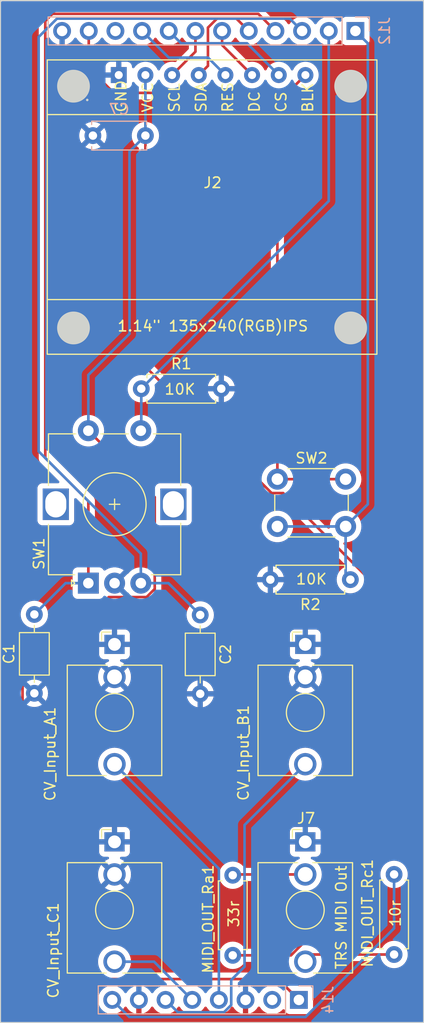
<source format=kicad_pcb>
(kicad_pcb (version 20221018) (generator pcbnew)
  (layers (0 "F.Cu" signal) (31 "B.Cu" signal) (34 "B.Paste" user) (35 "F.Paste" user) (36 "B.SilkS" user "B.Silkscreen") (37 "F.SilkS" user "F.Silkscreen") (38 "B.Mask" user) (39 "F.Mask" user) (44 "Edge.Cuts" user))
  (net 0 "")
  (net 1 "A2 input Frontboard")
  (net 2 "A1 input Frontboard")
  (net 3 "A0 input Frontboard")
  (net 4 "SPI CLK Frontboard")
  (net 5 "MOSI Frontboard")
  (net 6 "TFT CS Frontboard")
  (net 7 "TFT reset Frontboard")
  (net 8 "TFT DC Frontboard")
  (net 9 "SD CS Frontboard")
  (net 10 "TFT lit Frontboard")
  (net 11 "Net-(J7-PadT)")
  (net 12 "Back button Frontboard")
  (net 13 "Encoder button Frontboard")
  (net 14 "Encoder left Frontboard")
  (net 15 "Encoder right Frontboard")
  (net 16 "MIDI TX Frontboard")
  (net 17 "Net-(J7-PadR)")
  (net 18 "Backboard GND")
  (net 19 "Frontboard +3.3V")
  (net 20 "Frontboard +5V")
  (footprint "Capacitor_THT:C_Axial_L3.8mm_D2.6mm_P7.50mm_Horizontal" (layer "F.Cu") (at 101.9556 104.6826 -90)
    (fp_text reference "C2" (at 3.75 -2.42 90) (layer "F.SilkS"))
    (fp_text value "C_Small")
    (fp_line (start 1.04 0) (end 1.73 0) (stroke (width 0.12)) (layer "F.SilkS"))
    (fp_line (start 1.73 -1.42) (end 1.73 1.42) (stroke (width 0.12)) (layer "F.SilkS"))
    (fp_line (start 1.73 1.42) (end 5.77 1.42) (stroke (width 0.12)) (layer "F.SilkS"))
    (fp_line (start 5.77 -1.42) (end 1.73 -1.42) (stroke (width 0.12)) (layer "F.SilkS"))
    (fp_line (start 5.77 1.42) (end 5.77 -1.42) (stroke (width 0.12)) (layer "F.SilkS"))
    (fp_line (start 6.46 0) (end 5.77 0) (stroke (width 0.12)) (layer "F.SilkS"))
    (pad "1" thru_hole circle (at 0 0 270) (size 1.6 1.6) (drill 0.8) (layers "*.Cu" "*.Mask") (net 14 "Encoder left Frontboard"))
    (pad "2" thru_hole oval (at 7.5 0 270) (size 1.6 1.6) (drill 0.8) (layers "*.Cu" "*.Mask") (net 18 "Backboard GND"))
  )
  (footprint "Resistor_THT:R_Axial_DIN0207_L6.3mm_D2.5mm_P7.62mm_Horizontal" (layer "F.Cu") (at 116.2558 101.3206 180)
    (fp_text reference "R2" (at 3.81 -2.37) (layer "F.SilkS"))
    (fp_text value "10K" (at 3.7084 0.0508) (layer "F.SilkS"))
    (fp_line (start 0.54 -1.37) (end 7.08 -1.37) (stroke (width 0.12)) (layer "F.SilkS"))
    (fp_line (start 0.54 -1.04) (end 0.54 -1.37) (stroke (width 0.12)) (layer "F.SilkS"))
    (fp_line (start 0.54 1.04) (end 0.54 1.37) (stroke (width 0.12)) (layer "F.SilkS"))
    (fp_line (start 0.54 1.37) (end 7.08 1.37) (stroke (width 0.12)) (layer "F.SilkS"))
    (fp_line (start 7.08 -1.37) (end 7.08 -1.04) (stroke (width 0.12)) (layer "F.SilkS"))
    (fp_line (start 7.08 1.37) (end 7.08 1.04) (stroke (width 0.12)) (layer "F.SilkS"))
    (pad "1" thru_hole circle (at 0 0 180) (size 1.6 1.6) (drill 0.8) (layers "*.Cu" "*.Mask") (net 12 "Back button Frontboard"))
    (pad "2" thru_hole oval (at 7.62 0 180) (size 1.6 1.6) (drill 0.8) (layers "*.Cu" "*.Mask") (net 18 "Backboard GND"))
  )
  (footprint "Resistor_THT:R_Axial_DIN0207_L6.3mm_D2.5mm_P7.62mm_Horizontal" (layer "F.Cu") (at 120.4214 136.9822 90)
    (fp_text reference "MIDI_OUT_Rc1" (at 3.9242 -2.54 90) (layer "F.SilkS"))
    (fp_text value "10r" (at 3.9116 0.127 90) (layer "F.SilkS"))
    (fp_line (start 0.54 -1.37) (end 7.08 -1.37) (stroke (width 0.12)) (layer "F.SilkS"))
    (fp_line (start 0.54 -1.04) (end 0.54 -1.37) (stroke (width 0.12)) (layer "F.SilkS"))
    (fp_line (start 0.54 1.04) (end 0.54 1.37) (stroke (width 0.12)) (layer "F.SilkS"))
    (fp_line (start 0.54 1.37) (end 7.08 1.37) (stroke (width 0.12)) (layer "F.SilkS"))
    (fp_line (start 7.08 -1.37) (end 7.08 -1.04) (stroke (width 0.12)) (layer "F.SilkS"))
    (fp_line (start 7.08 1.37) (end 7.08 1.04) (stroke (width 0.12)) (layer "F.SilkS"))
    (pad "1" thru_hole circle (at 0 0 90) (size 1.6 1.6) (drill 0.8) (layers "*.Cu" "*.Mask") (net 11 "Net-(J7-PadT)"))
    (pad "2" thru_hole oval (at 7.62 0 90) (size 1.6 1.6) (drill 0.8) (layers "*.Cu" "*.Mask") (net 16 "MIDI TX Frontboard"))
  )
  (footprint "Resistor_THT:R_Axial_DIN0207_L6.3mm_D2.5mm_P7.62mm_Horizontal" (layer "F.Cu") (at 105.0544 129.4384 -90)
    (fp_text reference "MIDI_OUT_Ra1" (at 4.1656 2.3368 90) (layer "F.SilkS"))
    (fp_text value "33r" (at 3.683 -0.1016 90) (layer "F.SilkS"))
    (fp_line (start 0.54 -1.37) (end 7.08 -1.37) (stroke (width 0.12)) (layer "F.SilkS"))
    (fp_line (start 0.54 -1.04) (end 0.54 -1.37) (stroke (width 0.12)) (layer "F.SilkS"))
    (fp_line (start 0.54 1.04) (end 0.54 1.37) (stroke (width 0.12)) (layer "F.SilkS"))
    (fp_line (start 0.54 1.37) (end 7.08 1.37) (stroke (width 0.12)) (layer "F.SilkS"))
    (fp_line (start 7.08 -1.37) (end 7.08 -1.04) (stroke (width 0.12)) (layer "F.SilkS"))
    (fp_line (start 7.08 1.37) (end 7.08 1.04) (stroke (width 0.12)) (layer "F.SilkS"))
    (pad "1" thru_hole circle (at 0 0 270) (size 1.6 1.6) (drill 0.8) (layers "*.Cu" "*.Mask") (net 17 "Net-(J7-PadR)"))
    (pad "2" thru_hole oval (at 7.62 0 270) (size 1.6 1.6) (drill 0.8) (layers "*.Cu" "*.Mask") (net 19 "Frontboard +3.3V"))
  )
  (footprint "Button_Switch_THT:SW_PUSH_6mm_H13mm" (layer "F.Cu") (at 109.30559 91.76188)
    (fp_text reference "SW2" (at 3.25 -2) (layer "F.SilkS"))
    (fp_text value "Back button")
    (fp_line (start -0.25 1.5) (end -0.25 3) (stroke (width 0.12)) (layer "F.SilkS"))
    (fp_line (start 1 5.5) (end 5.5 5.5) (stroke (width 0.12)) (layer "F.SilkS"))
    (fp_line (start 5.5 -1) (end 1 -1) (stroke (width 0.12)) (layer "F.SilkS"))
    (fp_line (start 6.75 3) (end 6.75 1.5) (stroke (width 0.12)) (layer "F.SilkS"))
    (pad "1" thru_hole circle (at 0 0 90) (size 2 2) (drill 1.1) (layers "*.Cu" "*.Mask") (net 10 "TFT lit Frontboard"))
    (pad "1" thru_hole circle (at 6.5 0 90) (size 2 2) (drill 1.1) (layers "*.Cu" "*.Mask") (net 10 "TFT lit Frontboard"))
    (pad "2" thru_hole circle (at 0 4.5 90) (size 2 2) (drill 1.1) (layers "*.Cu" "*.Mask") (net 12 "Back button Frontboard"))
    (pad "2" thru_hole circle (at 6.5 4.5 90) (size 2 2) (drill 1.1) (layers "*.Cu" "*.Mask") (net 12 "Back button Frontboard"))
  )
  (footprint "doctea:st7789_1.14_tzt" (layer "F.Cu") (at 87.38539 51.87988)
    (fp_text reference "J2" (at 15.748 11.684 unlocked) (layer "F.SilkS"))
    (fp_text value "ST7789 TFT socket")
    (fp_text user "DC" (at 20.32 5.08 90 unlocked) (layer "F.SilkS") (effects (justify left bottom)))
    (fp_text user "1.14\" 135x240(RGB)IPS" (at 6.604 25.908 unlocked) (layer "F.SilkS") (effects (justify left bottom)))
    (fp_text user "VCC" (at 10.16 5.08 90 unlocked) (layer "F.SilkS") (effects (justify left bottom)))
    (fp_text user "CS" (at 22.86 5.08 90 unlocked) (layer "F.SilkS") (effects (justify left bottom)))
    (fp_text user "BLK" (at 25.4 5.08 90 unlocked) (layer "F.SilkS") (effects (justify left bottom)))
    (fp_text user "SCL" (at 12.7 5.08 90 unlocked) (layer "F.SilkS") (effects (justify left bottom)))
    (fp_text user "SDA" (at 15.24 5.08 90 unlocked) (layer "F.SilkS") (effects (justify left bottom)))
    (fp_text user "RES" (at 17.78 5.08 90 unlocked) (layer "F.SilkS") (effects (justify left bottom)))
    (fp_text user "GND" (at 7.62 5.08 90 unlocked) (layer "F.SilkS") (effects (justify left bottom)))
    (fp_rect (start 0 0) (end 31.4 28) (stroke (width 0.12)) (fill none) (layer "F.SilkS"))
    (fp_rect (start 0 5.2) (end 31.4 22.8) (stroke (width 0.12)) (fill none) (layer "F.SilkS"))
    (fp_circle (center 2.5 2.5) (end 4 2.5) (stroke (width 0.12)) (fill solid) (layer "Edge.Cuts"))
    (fp_circle (center 2.5 25.5) (end 4 25.5) (stroke (width 0.12)) (fill solid) (layer "Edge.Cuts"))
    (fp_circle (center 3.81 3.81) (end 3.81 3.81) (stroke (width 0.12)) (fill none) (layer "Edge.Cuts"))
    (fp_circle (center 28.9 2.5) (end 30.4 2.5) (stroke (width 0.12)) (fill solid) (layer "Edge.Cuts"))
    (fp_circle (center 28.9 25.5) (end 30.4 25.5) (stroke (width 0.12)) (fill solid) (layer "Edge.Cuts"))
    (pad "1" thru_hole rect (at 6.81 1.44) (size 1.524 1.524) (drill 0.762) (layers "*.Cu" "*.Mask") (net 18 "Backboard GND"))
    (pad "2" thru_hole circle (at 9.35 1.44) (size 1.524 1.524) (drill 0.762) (layers "*.Cu" "*.Mask") (net 19 "Frontboard +3.3V"))
    (pad "3" thru_hole circle (at 11.89 1.44) (size 1.524 1.524) (drill 0.762) (layers "*.Cu" "*.Mask") (net 4 "SPI CLK Frontboard"))
    (pad "4" thru_hole circle (at 14.43 1.44) (size 1.524 1.524) (drill 0.762) (layers "*.Cu" "*.Mask") (net 5 "MOSI Frontboard"))
    (pad "5" thru_hole circle (at 16.97 1.44) (size 1.524 1.524) (drill 0.762) (layers "*.Cu" "*.Mask") (net 7 "TFT reset Frontboard"))
    (pad "6" thru_hole circle (at 19.51 1.44) (size 1.524 1.524) (drill 0.762) (layers "*.Cu" "*.Mask") (net 8 "TFT DC Frontboard"))
    (pad "7" thru_hole circle (at 22.05 1.44) (size 1.524 1.524) (drill 0.762) (layers "*.Cu" "*.Mask") (net 6 "TFT CS Frontboard"))
    (pad "8" thru_hole circle (at 24.59 1.44) (size 1.524 1.524) (drill 0.762) (layers "*.Cu" "*.Mask") (net 10 "TFT lit Frontboard"))
  )
  (footprint "Rotary_Encoder:RotaryEncoder_Alps_EC12E-Switch_Vertical_H20mm" (layer "F.Cu") (at 91.29959 101.65388 90)
    (fp_text reference "SW1" (at 2.8 -4.7 90) (layer "F.SilkS"))
    (fp_text value "RotaryEncoder_Switch")
    (fp_line (start -0.3 -1.6) (end 0.3 -1.6) (stroke (width 0.12)) (layer "F.SilkS"))
    (fp_line (start 0 -1.3) (end -0.3 -1.6) (stroke (width 0.12)) (layer "F.SilkS"))
    (fp_line (start 0.3 -1.6) (end 0 -1.3) (stroke (width 0.12)) (layer "F.SilkS"))
    (fp_line (start 0.8 -3.8) (end 0.8 -1.3) (stroke (width 0.12)) (layer "F.SilkS"))
    (fp_line (start 0.8 8.8) (end 0.8 6) (stroke (width 0.12)) (layer "F.SilkS"))
    (fp_line (start 5.6 -3.8) (end 0.8 -3.8) (stroke (width 0.12)) (layer "F.SilkS"))
    (fp_line (start 5.7 8.8) (end 0.8 8.8) (stroke (width 0.12)) (layer "F.SilkS"))
    (fp_line (start 7 2.5) (end 8 2.5) (stroke (width 0.12)) (layer "F.SilkS"))
    (fp_line (start 7.5 2) (end 7.5 3) (stroke (width 0.12)) (layer "F.SilkS"))
    (fp_line (start 9.3 -3.8) (end 14.2 -3.8) (stroke (width 0.12)) (layer "F.SilkS"))
    (fp_line (start 14.2 -3.8) (end 14.2 -1.2) (stroke (width 0.12)) (layer "F.SilkS"))
    (fp_line (start 14.2 1.2) (end 14.2 3.8) (stroke (width 0.12)) (layer "F.SilkS"))
    (fp_line (start 14.2 6.2) (end 14.2 8.8) (stroke (width 0.12)) (layer "F.SilkS"))
    (fp_line (start 14.2 8.8) (end 9.3 8.8) (stroke (width 0.12)) (layer "F.SilkS"))
    (fp_circle (center 7.5 2.5) (end 10.5 2.5) (stroke (width 0.12)) (fill none) (layer "F.SilkS"))
    (pad "A" thru_hole rect (at 0 0 90) (size 2 2) (drill 1) (layers "*.Cu" "*.Mask") (net 15 "Encoder right Frontboard"))
    (pad "B" thru_hole circle (at 0 5 90) (size 2 2) (drill 1) (layers "*.Cu" "*.Mask") (net 14 "Encoder left Frontboard"))
    (pad "C" thru_hole circle (at 0 2.5 90) (size 2 2) (drill 1) (layers "*.Cu" "*.Mask") (net 18 "Backboard GND"))
    (pad "MP" thru_hole rect (at 7.5 -3.1 90) (size 3 2.5) (drill oval 2.5 2) (layers "*.Cu" "*.Mask"))
    (pad "MP" thru_hole rect (at 7.5 8.1 90) (size 3 2.5) (drill oval 2.5 2) (layers "*.Cu" "*.Mask"))
    (pad "S1" thru_hole circle (at 14.5 0 90) (size 2 2) (drill 1) (layers "*.Cu" "*.Mask") (net 19 "Frontboard +3.3V"))
    (pad "S2" thru_hole circle (at 14.5 5 90) (size 2 2) (drill 1) (layers "*.Cu" "*.Mask") (net 13 "Encoder button Frontboard"))
  )
  (footprint "Connector_Audio:Jack_3.5mm_QingPu_WQP-PJ398SM_Vertical_CircularHoles" (layer "F.Cu") (at 93.79339 107.47928)
    (fp_text reference "CV_Input_A1" (at -6.13799 10.42752 90) (layer "F.SilkS"))
    (fp_text value "AudioJack2_SwitchT")
    (fp_line (start -4.5 1.98) (end -4.5 12.48) (stroke (width 0.12)) (layer "F.SilkS"))
    (fp_line (start -1.23 -1.17) (end -1.23 -0.37) (stroke (width 0.12)) (layer "F.SilkS"))
    (fp_line (start -1.23 -1.17) (end -0.37 -1.17) (stroke (width 0.12)) (layer "F.SilkS"))
    (fp_line (start -0.8 12.48) (end -4.5 12.48) (stroke (width 0.12)) (layer "F.SilkS"))
    (fp_line (start -0.72 1.98) (end -4.5 1.98) (stroke (width 0.12)) (layer "F.SilkS"))
    (fp_line (start 4.5 1.98) (end 0.72 1.98) (stroke (width 0.12)) (layer "F.SilkS"))
    (fp_line (start 4.5 1.98) (end 4.5 12.48) (stroke (width 0.12)) (layer "F.SilkS"))
    (fp_line (start 4.5 12.48) (end 0.8 12.48) (stroke (width 0.12)) (layer "F.SilkS"))
    (fp_circle (center 0 6.48) (end 1.8 6.48) (stroke (width 0.12)) (fill none) (layer "F.SilkS"))
    (pad "S" thru_hole rect (at 0 0 180) (size 1.93 1.83) (drill 1.22) (layers "*.Cu" "*.Mask") (net 18 "Backboard GND"))
    (pad "T" thru_hole circle (at 0 11.4 180) (size 2.13 2.13) (drill 1.43) (layers "*.Cu" "*.Mask") (net 3 "A0 input Frontboard"))
    (pad "TN" thru_hole circle (at 0 3.1 180) (size 2.13 2.13) (drill 1.42) (layers "*.Cu" "*.Mask") (net 18 "Backboard GND"))
    (zone (net 0) (net_name "") (layer "F.Cu") (connect_pads (clearance 0)) (min_thickness 0.254)
      (keepout (tracks not_allowed) (vias not_allowed) (pads not_allowed) (copperpour not_allowed) (footprints not_allowed))
      (fill (thermal_gap 0.508) (thermal_bridge_width 0.508))
      (polygon (pts (xy 95.298531 113.95928) (xy 95.27832 113.713451) (xy 95.218231 113.474225) (xy 95.119876 113.248024) (xy 94.985898 113.040925) (xy 94.819894 112.85849) (xy 94.626322 112.705616) (xy 94.410382 112.586411) (xy 94.177872 112.504074) (xy 93.935036 112.460819) (xy 93.688397 112.457805) (xy 93.444577 112.495115) (xy 93.210124 112.571746) (xy 92.991336 112.68564) (xy 92.794087 112.833738) (xy 92.623676 113.012064) (xy 92.484678 113.215828) (xy 92.380826 113.439558) (xy 92.314909 113.677245) (xy 92.288698 113.922506) (xy 92.302897 114.168755) (xy 92.357124 114.409379) (xy 92.449922 114.637914) (xy 92.578801 114.848225) (xy 92.740298 115.034662) (xy 92.930077 115.192219) (xy 93.14304 115.316665) (xy 93.373469 115.404657) (xy 93.615175 115.453833) (xy 93.861668 115.462872) (xy 94.106326 115.43153) (xy 94.342581 115.36065) (xy 94.564087 115.252136) (xy 94.764895 115.108901) (xy 94.939613 114.934792) (xy 95.083548 114.734485) (xy 95.192835 114.513359) (xy 95.264539 114.277354) (xy 95.296734 114.032806)))
    )
  )
  (footprint "Connector_Audio:Jack_3.5mm_QingPu_WQP-PJ398SM_Vertical_CircularHoles" (layer "F.Cu") (at 93.79299 126.26588)
    (fp_text reference "CV_Input_C1" (at -5.83279 10.33532 90) (layer "F.SilkS"))
    (fp_text value "AudioJack2_SwitchT")
    (fp_line (start -4.5 1.98) (end -4.5 12.48) (stroke (width 0.12)) (layer "F.SilkS"))
    (fp_line (start -1.23 -1.17) (end -1.23 -0.37) (stroke (width 0.12)) (layer "F.SilkS"))
    (fp_line (start -1.23 -1.17) (end -0.37 -1.17) (stroke (width 0.12)) (layer "F.SilkS"))
    (fp_line (start -0.8 12.48) (end -4.5 12.48) (stroke (width 0.12)) (layer "F.SilkS"))
    (fp_line (start -0.72 1.98) (end -4.5 1.98) (stroke (width 0.12)) (layer "F.SilkS"))
    (fp_line (start 4.5 1.98) (end 0.72 1.98) (stroke (width 0.12)) (layer "F.SilkS"))
    (fp_line (start 4.5 1.98) (end 4.5 12.48) (stroke (width 0.12)) (layer "F.SilkS"))
    (fp_line (start 4.5 12.48) (end 0.8 12.48) (stroke (width 0.12)) (layer "F.SilkS"))
    (fp_circle (center 0 6.48) (end 1.8 6.48) (stroke (width 0.12)) (fill none) (layer "F.SilkS"))
    (pad "S" thru_hole rect (at 0 0 180) (size 1.93 1.83) (drill 1.22) (layers "*.Cu" "*.Mask") (net 18 "Backboard GND"))
    (pad "T" thru_hole circle (at 0 11.4 180) (size 2.13 2.13) (drill 1.43) (layers "*.Cu" "*.Mask") (net 2 "A1 input Frontboard"))
    (pad "TN" thru_hole circle (at 0 3.1 180) (size 2.13 2.13) (drill 1.42) (layers "*.Cu" "*.Mask") (net 18 "Backboard GND"))
    (zone (net 0) (net_name "") (layer "F.Cu") (connect_pads (clearance 0)) (min_thickness 0.254)
      (keepout (tracks not_allowed) (vias not_allowed) (pads not_allowed) (copperpour not_allowed) (footprints not_allowed))
      (fill (thermal_gap 0.508) (thermal_bridge_width 0.508))
      (polygon (pts (xy 95.298131 132.74588) (xy 95.27792 132.500051) (xy 95.217831 132.260825) (xy 95.119476 132.034624) (xy 94.985498 131.827525) (xy 94.819494 131.64509) (xy 94.625922 131.492216) (xy 94.409982 131.373011) (xy 94.177472 131.290674) (xy 93.934636 131.247419) (xy 93.687997 131.244405) (xy 93.444177 131.281715) (xy 93.209724 131.358346) (xy 92.990936 131.47224) (xy 92.793687 131.620338) (xy 92.623276 131.798664) (xy 92.484278 132.002428) (xy 92.380426 132.226158) (xy 92.314509 132.463845) (xy 92.288298 132.709106) (xy 92.302497 132.955355) (xy 92.356724 133.195979) (xy 92.449522 133.424514) (xy 92.578401 133.634825) (xy 92.739898 133.821262) (xy 92.929677 133.978819) (xy 93.14264 134.103265) (xy 93.373069 134.191257) (xy 93.614775 134.240433) (xy 93.861268 134.249472) (xy 94.105926 134.21813) (xy 94.342181 134.14725) (xy 94.563687 134.038736) (xy 94.764495 133.895501) (xy 94.939213 133.721392) (xy 95.083148 133.521085) (xy 95.192435 133.299959) (xy 95.264139 133.063954) (xy 95.296334 132.819406)))
    )
  )
  (footprint "Capacitor_THT:C_Axial_L3.8mm_D2.6mm_P7.50mm_Horizontal" (layer "F.Cu") (at 86.1568 112.1318 90)
    (fp_text reference "C1" (at 3.75 -2.42 90) (layer "F.SilkS"))
    (fp_text value "C_Small")
    (fp_line (start 1.04 0) (end 1.73 0) (stroke (width 0.12)) (layer "F.SilkS"))
    (fp_line (start 1.73 -1.42) (end 1.73 1.42) (stroke (width 0.12)) (layer "F.SilkS"))
    (fp_line (start 1.73 1.42) (end 5.77 1.42) (stroke (width 0.12)) (layer "F.SilkS"))
    (fp_line (start 5.77 -1.42) (end 1.73 -1.42) (stroke (width 0.12)) (layer "F.SilkS"))
    (fp_line (start 5.77 1.42) (end 5.77 -1.42) (stroke (width 0.12)) (layer "F.SilkS"))
    (fp_line (start 6.46 0) (end 5.77 0) (stroke (width 0.12)) (layer "F.SilkS"))
    (pad "1" thru_hole circle (at 0 0 90) (size 1.6 1.6) (drill 0.8) (layers "*.Cu" "*.Mask") (net 18 "Backboard GND"))
    (pad "2" thru_hole oval (at 7.5 0 90) (size 1.6 1.6) (drill 0.8) (layers "*.Cu" "*.Mask") (net 15 "Encoder right Frontboard"))
  )
  (footprint "doctea:Jack_3.5mm_QingPu_WQP-PJ398SM_TRS_Vertical_CircularHoles" (layer "F.Cu") (at 111.96339 126.26588)
    (fp_text reference "J7" (at 0.07601 -2.23768) (layer "F.SilkS"))
    (fp_text value "TRS MIDI Out" (at 3.42881 7.18572 90) (layer "F.SilkS"))
    (fp_line (start -4.5 1.98) (end -4.5 12.48) (stroke (width 0.12)) (layer "F.SilkS"))
    (fp_line (start -1.23 -1.17) (end -1.23 -0.37) (stroke (width 0.12)) (layer "F.SilkS"))
    (fp_line (start -1.23 -1.17) (end -0.37 -1.17) (stroke (width 0.12)) (layer "F.SilkS"))
    (fp_line (start -0.8 12.48) (end -4.5 12.48) (stroke (width 0.12)) (layer "F.SilkS"))
    (fp_line (start -0.72 1.98) (end -4.5 1.98) (stroke (width 0.12)) (layer "F.SilkS"))
    (fp_line (start 4.5 1.98) (end 0.72 1.98) (stroke (width 0.12)) (layer "F.SilkS"))
    (fp_line (start 4.5 1.98) (end 4.5 12.48) (stroke (width 0.12)) (layer "F.SilkS"))
    (fp_line (start 4.5 12.48) (end 0.8 12.48) (stroke (width 0.12)) (layer "F.SilkS"))
    (fp_circle (center 0 6.48) (end 1.8 6.48) (stroke (width 0.12)) (fill none) (layer "F.SilkS"))
    (pad "R" thru_hole circle (at 0 3.1 180) (size 2.13 2.13) (drill 1.42) (layers "*.Cu" "*.Mask") (net 17 "Net-(J7-PadR)"))
    (pad "S" thru_hole rect (at 0 0 180) (size 1.93 1.83) (drill 1.22) (layers "*.Cu" "*.Mask") (net 18 "Backboard GND"))
    (pad "T" thru_hole circle (at 0 11.4 180) (size 2.13 2.13) (drill 1.43) (layers "*.Cu" "*.Mask") (net 11 "Net-(J7-PadT)"))
    (zone (net 0) (net_name "") (layer "F.Cu") (connect_pads (clearance 0)) (min_thickness 0.254)
      (keepout (tracks not_allowed) (vias not_allowed) (pads not_allowed) (copperpour not_allowed) (footprints not_allowed))
      (fill (thermal_gap 0.508) (thermal_bridge_width 0.508))
      (polygon (pts (xy 113.468531 132.74588) (xy 113.44832 132.500051) (xy 113.388231 132.260825) (xy 113.289876 132.034624) (xy 113.155898 131.827525) (xy 112.989894 131.64509) (xy 112.796322 131.492216) (xy 112.580382 131.373011) (xy 112.347872 131.290674) (xy 112.105036 131.247419) (xy 111.858397 131.244405) (xy 111.614577 131.281715) (xy 111.380124 131.358346) (xy 111.161336 131.47224) (xy 110.964087 131.620338) (xy 110.793676 131.798664) (xy 110.654678 132.002428) (xy 110.550826 132.226158) (xy 110.484909 132.463845) (xy 110.458698 132.709106) (xy 110.472897 132.955355) (xy 110.527124 133.195979) (xy 110.619922 133.424514) (xy 110.748801 133.634825) (xy 110.910298 133.821262) (xy 111.100077 133.978819) (xy 111.31304 134.103265) (xy 111.543469 134.191257) (xy 111.785175 134.240433) (xy 112.031668 134.249472) (xy 112.276326 134.21813) (xy 112.512581 134.14725) (xy 112.734087 134.038736) (xy 112.934895 133.895501) (xy 113.109613 133.721392) (xy 113.253548 133.521085) (xy 113.362835 133.299959) (xy 113.434539 133.063954) (xy 113.466734 132.819406)))
    )
  )
  (footprint "Resistor_THT:R_Axial_DIN0207_L6.3mm_D2.5mm_P7.62mm_Horizontal" (layer "F.Cu") (at 96.3422 83.1596)
    (fp_text reference "R1" (at 3.81 -2.37) (layer "F.SilkS"))
    (fp_text value "10K" (at 3.683 0.0508) (layer "F.SilkS"))
    (fp_line (start 0.54 -1.37) (end 7.08 -1.37) (stroke (width 0.12)) (layer "F.SilkS"))
    (fp_line (start 0.54 -1.04) (end 0.54 -1.37) (stroke (width 0.12)) (layer "F.SilkS"))
    (fp_line (start 0.54 1.04) (end 0.54 1.37) (stroke (width 0.12)) (layer "F.SilkS"))
    (fp_line (start 0.54 1.37) (end 7.08 1.37) (stroke (width 0.12)) (layer "F.SilkS"))
    (fp_line (start 7.08 -1.37) (end 7.08 -1.04) (stroke (width 0.12)) (layer "F.SilkS"))
    (fp_line (start 7.08 1.37) (end 7.08 1.04) (stroke (width 0.12)) (layer "F.SilkS"))
    (pad "1" thru_hole circle (at 0 0) (size 1.6 1.6) (drill 0.8) (layers "*.Cu" "*.Mask") (net 13 "Encoder button Frontboard"))
    (pad "2" thru_hole oval (at 7.62 0) (size 1.6 1.6) (drill 0.8) (layers "*.Cu" "*.Mask") (net 18 "Backboard GND"))
  )
  (footprint "Connector_Audio:Jack_3.5mm_QingPu_WQP-PJ398SM_Vertical_CircularHoles" (layer "F.Cu") (at 111.96339 107.47928)
    (fp_text reference "CV_Input_B1" (at -5.89299 10.32592 90) (layer "F.SilkS"))
    (fp_text value "AudioJack2_SwitchT")
    (fp_line (start -4.5 1.98) (end -4.5 12.48) (stroke (width 0.12)) (layer "F.SilkS"))
    (fp_line (start -1.23 -1.17) (end -1.23 -0.37) (stroke (width 0.12)) (layer "F.SilkS"))
    (fp_line (start -1.23 -1.17) (end -0.37 -1.17) (stroke (width 0.12)) (layer "F.SilkS"))
    (fp_line (start -0.8 12.48) (end -4.5 12.48) (stroke (width 0.12)) (layer "F.SilkS"))
    (fp_line (start -0.72 1.98) (end -4.5 1.98) (stroke (width 0.12)) (layer "F.SilkS"))
    (fp_line (start 4.5 1.98) (end 0.72 1.98) (stroke (width 0.12)) (layer "F.SilkS"))
    (fp_line (start 4.5 1.98) (end 4.5 12.48) (stroke (width 0.12)) (layer "F.SilkS"))
    (fp_line (start 4.5 12.48) (end 0.8 12.48) (stroke (width 0.12)) (layer "F.SilkS"))
    (fp_circle (center 0 6.48) (end 1.8 6.48) (stroke (width 0.12)) (fill none) (layer "F.SilkS"))
    (pad "S" thru_hole rect (at 0 0 180) (size 1.93 1.83) (drill 1.22) (layers "*.Cu" "*.Mask") (net 18 "Backboard GND"))
    (pad "T" thru_hole circle (at 0 11.4 180) (size 2.13 2.13) (drill 1.43) (layers "*.Cu" "*.Mask") (net 1 "A2 input Frontboard"))
    (pad "TN" thru_hole circle (at 0 3.1 180) (size 2.13 2.13) (drill 1.42) (layers "*.Cu" "*.Mask") (net 18 "Backboard GND"))
    (zone (net 0) (net_name "") (layer "F.Cu") (connect_pads (clearance 0)) (min_thickness 0.254)
      (keepout (tracks not_allowed) (vias not_allowed) (pads not_allowed) (copperpour not_allowed) (footprints not_allowed))
      (fill (thermal_gap 0.508) (thermal_bridge_width 0.508))
      (polygon (pts (xy 113.468531 113.95928) (xy 113.44832 113.713451) (xy 113.388231 113.474225) (xy 113.289876 113.248024) (xy 113.155898 113.040925) (xy 112.989894 112.85849) (xy 112.796322 112.705616) (xy 112.580382 112.586411) (xy 112.347872 112.504074) (xy 112.105036 112.460819) (xy 111.858397 112.457805) (xy 111.614577 112.495115) (xy 111.380124 112.571746) (xy 111.161336 112.68564) (xy 110.964087 112.833738) (xy 110.793676 113.012064) (xy 110.654678 113.215828) (xy 110.550826 113.439558) (xy 110.484909 113.677245) (xy 110.458698 113.922506) (xy 110.472897 114.168755) (xy 110.527124 114.409379) (xy 110.619922 114.637914) (xy 110.748801 114.848225) (xy 110.910298 115.034662) (xy 111.100077 115.192219) (xy 111.31304 115.316665) (xy 111.543469 115.404657) (xy 111.785175 115.453833) (xy 112.031668 115.462872) (xy 112.276326 115.43153) (xy 112.512581 115.36065) (xy 112.734087 115.252136) (xy 112.934895 115.108901) (xy 113.109613 114.934792) (xy 113.253548 114.734485) (xy 113.362835 114.513359) (xy 113.434539 114.277354) (xy 113.466734 114.032806)))
    )
  )
  (footprint "Capacitor_THT:C_Disc_D5.0mm_W2.5mm_P5.00mm" (layer "B.Cu") (at 96.734 59.0804 180)
    (fp_text reference "C7" (at 2.5 2.5) (layer "B.SilkS") (effects (justify mirror)))
    (fp_text value "100n")
    (fp_line (start -0.12 -1.37) (end 5.12 -1.37) (stroke (width 0.12)) (layer "B.SilkS"))
    (fp_line (start -0.12 -1.055) (end -0.12 -1.37) (stroke (width 0.12)) (layer "B.SilkS"))
    (fp_line (start -0.12 1.37) (end -0.12 1.055) (stroke (width 0.12)) (layer "B.SilkS"))
    (fp_line (start -0.12 1.37) (end 5.12 1.37) (stroke (width 0.12)) (layer "B.SilkS"))
    (fp_line (start 5.12 -1.055) (end 5.12 -1.37) (stroke (width 0.12)) (layer "B.SilkS"))
    (fp_line (start 5.12 1.37) (end 5.12 1.055) (stroke (width 0.12)) (layer "B.SilkS"))
    (pad "1" thru_hole circle (at 0 0 180) (size 1.6 1.6) (drill 0.8) (layers "*.Cu" "*.Mask") (net 19 "Frontboard +3.3V"))
    (pad "2" thru_hole circle (at 5 0 180) (size 1.6 1.6) (drill 0.8) (layers "*.Cu" "*.Mask") (net 18 "Backboard GND"))
  )
  (footprint "Connector_PinSocket_2.54mm:PinSocket_1x12_P2.54mm_Vertical" (layer "B.Cu") (at 116.7388 49.125 90)
    (fp_text reference "J12" (at 0 2.77 90) (layer "B.SilkS") (effects (justify mirror)))
    (fp_text value "Frontboard Conn 1")
    (fp_line (start -1.33 -29.27) (end 1.33 -29.27) (stroke (width 0.12)) (layer "B.SilkS"))
    (fp_line (start -1.33 -1.27) (end -1.33 -29.27) (stroke (width 0.12)) (layer "B.SilkS"))
    (fp_line (start -1.33 -1.27) (end 1.33 -1.27) (stroke (width 0.12)) (layer "B.SilkS"))
    (fp_line (start 0 1.33) (end 1.33 1.33) (stroke (width 0.12)) (layer "B.SilkS"))
    (fp_line (start 1.33 -1.27) (end 1.33 -29.27) (stroke (width 0.12)) (layer "B.SilkS"))
    (fp_line (start 1.33 1.33) (end 1.33 0) (stroke (width 0.12)) (layer "B.SilkS"))
    (pad "1" thru_hole rect (at 0 0 90) (size 1.7 1.7) (drill 1) (layers "*.Cu" "*.Mask") (net 12 "Back button Frontboard"))
    (pad "2" thru_hole oval (at 0 -2.54 90) (size 1.7 1.7) (drill 1) (layers "*.Cu" "*.Mask") (net 13 "Encoder button Frontboard"))
    (pad "3" thru_hole oval (at 0 -5.08 90) (size 1.7 1.7) (drill 1) (layers "*.Cu" "*.Mask") (net 14 "Encoder left Frontboard"))
    (pad "4" thru_hole oval (at 0 -7.62 90) (size 1.7 1.7) (drill 1) (layers "*.Cu" "*.Mask") (net 15 "Encoder right Frontboard"))
    (pad "5" thru_hole oval (at 0 -10.16 90) (size 1.7 1.7) (drill 1) (layers "*.Cu" "*.Mask") (net 5 "MOSI Frontboard"))
    (pad "6" thru_hole oval (at 0 -12.7 90) (size 1.7 1.7) (drill 1) (layers "*.Cu" "*.Mask") (net 8 "TFT DC Frontboard"))
    (pad "7" thru_hole oval (at 0 -15.24 90) (size 1.7 1.7) (drill 1) (layers "*.Cu" "*.Mask") (net 4 "SPI CLK Frontboard"))
    (pad "8" thru_hole oval (at 0 -17.78 90) (size 1.7 1.7) (drill 1) (layers "*.Cu" "*.Mask") (net 6 "TFT CS Frontboard"))
    (pad "9" thru_hole oval (at 0 -20.32 90) (size 1.7 1.7) (drill 1) (layers "*.Cu" "*.Mask") (net 7 "TFT reset Frontboard"))
    (pad "10" thru_hole oval (at 0 -22.86 90) (size 1.7 1.7) (drill 1) (layers "*.Cu" "*.Mask") (net 9 "SD CS Frontboard"))
    (pad "11" thru_hole oval (at 0 -25.4 90) (size 1.7 1.7) (drill 1) (layers "*.Cu" "*.Mask") (net 10 "TFT lit Frontboard"))
    (pad "12" thru_hole oval (at 0 -27.94 90) (size 1.7 1.7) (drill 1) (layers "*.Cu" "*.Mask") (net 18 "Backboard GND"))
  )
  (footprint "Connector_PinSocket_2.54mm:PinSocket_1x08_P2.54mm_Vertical" (layer "B.Cu") (at 111.3536 141.3002 90)
    (fp_text reference "J14" (at 0 2.77 90) (layer "B.SilkS") (effects (justify mirror)))
    (fp_text value "Frontboard Conn 2")
    (fp_line (start -1.33 -19.11) (end 1.33 -19.11) (stroke (width 0.12)) (layer "B.SilkS"))
    (fp_line (start -1.33 -1.27) (end -1.33 -19.11) (stroke (width 0.12)) (layer "B.SilkS"))
    (fp_line (start -1.33 -1.27) (end 1.33 -1.27) (stroke (width 0.12)) (layer "B.SilkS"))
    (fp_line (start 0 1.33) (end 1.33 1.33) (stroke (width 0.12)) (layer "B.SilkS"))
    (fp_line (start 1.33 -1.27) (end 1.33 -19.11) (stroke (width 0.12)) (layer "B.SilkS"))
    (fp_line (start 1.33 1.33) (end 1.33 0) (stroke (width 0.12)) (layer "B.SilkS"))
    (pad "1" thru_hole rect (at 0 0 90) (size 1.7 1.7) (drill 1) (layers "*.Cu" "*.Mask") (net 19 "Frontboard +3.3V"))
    (pad "2" thru_hole oval (at 0 -2.54 90) (size 1.7 1.7) (drill 1) (layers "*.Cu" "*.Mask") (net 20 "Frontboard +5V"))
    (pad "3" thru_hole oval (at 0 -5.08 90) (size 1.7 1.7) (drill 1) (layers "*.Cu" "*.Mask") (net 18 "Backboard GND"))
    (pad "4" thru_hole oval (at 0 -7.62 90) (size 1.7 1.7) (drill 1) (layers "*.Cu" "*.Mask") (net 3 "A0 input Frontboard"))
    (pad "5" thru_hole oval (at 0 -10.16 90) (size 1.7 1.7) (drill 1) (layers "*.Cu" "*.Mask") (net 2 "A1 input Frontboard"))
    (pad "6" thru_hole oval (at 0 -12.7 90) (size 1.7 1.7) (drill 1) (layers "*.Cu" "*.Mask") (net 1 "A2 input Frontboard"))
    (pad "7" thru_hole oval (at 0 -15.24 90) (size 1.7 1.7) (drill 1) (layers "*.Cu" "*.Mask") (net 18 "Backboard GND"))
    (pad "8" thru_hole oval (at 0 -17.78 90) (size 1.7 1.7) (drill 1) (layers "*.Cu" "*.Mask") (net 16 "MIDI TX Frontboard"))
  )
  (gr_rect (start 82.934968 46.23089) (end 123.234968 143.45189) (stroke (width 0.1)) (fill none) (layer "Edge.Cuts"))
  (segment (start 106.1794 138.136) (end 104.9086 139.4068) (width 0.25) (layer "B.Cu") (net 1))
  (segment (start 104.9086 141.786901) (end 104.220301 142.4752) (width 0.25) (layer "B.Cu") (net 1))
  (segment (start 99.8286 142.4752) (end 98.6536 141.3002) (width 0.25) (layer "B.Cu") (net 1))
  (segment (start 104.9086 139.4068) (end 104.9086 141.786901) (width 0.25) (layer "B.Cu") (net 1))
  (segment (start 106.1794 124.66327) (end 106.1794 138.136) (width 0.25) (layer "B.Cu") (net 1))
  (segment (start 104.220301 142.4752) (end 99.8286 142.4752) (width 0.25) (layer "B.Cu") (net 1))
  (segment (start 111.96339 118.87928) (end 106.1794 124.66327) (width 0.25) (layer "B.Cu") (net 1))
  (segment (start 93.79299 137.66588) (end 97.55928 137.66588) (width 0.25) (layer "B.Cu") (net 2))
  (segment (start 97.55928 137.66588) (end 101.1936 141.3002) (width 0.25) (layer "B.Cu") (net 2))
  (segment (start 93.79339 118.87928) (end 103.7336 128.81949) (width 0.25) (layer "B.Cu") (net 3))
  (segment (start 103.7336 128.81949) (end 103.7336 141.3002) (width 0.25) (layer "B.Cu") (net 3))
  (segment (start 101.4988 49.125) (end 101.4988 51.09647) (width 0.25) (layer "F.Cu") (net 4))
  (segment (start 101.4988 51.09647) (end 99.27539 53.31988) (width 0.25) (layer "F.Cu") (net 4))
  (segment (start 102.6922 52.44307) (end 101.81539 53.31988) (width 0.25) (layer "F.Cu") (net 5))
  (segment (start 103.552099 47.95) (end 102.6922 48.809899) (width 0.25) (layer "F.Cu") (net 5))
  (segment (start 105.4038 47.95) (end 103.552099 47.95) (width 0.25) (layer "F.Cu") (net 5))
  (segment (start 102.6922 48.809899) (end 102.6922 52.44307) (width 0.25) (layer "F.Cu") (net 5))
  (segment (start 106.5788 49.125) (end 105.4038 47.95) (width 0.25) (layer "F.Cu") (net 5))
  (segment (start 98.9588 49.125) (end 100.1338 50.3) (width 0.25) (layer "B.Cu") (net 6))
  (segment (start 100.1338 50.3) (end 106.41551 50.3) (width 0.25) (layer "B.Cu") (net 6))
  (segment (start 106.41551 50.3) (end 109.43539 53.31988) (width 0.25) (layer "B.Cu") (net 6))
  (segment (start 104.35539 53.31988) (end 102.69911 51.6636) (width 0.25) (layer "B.Cu") (net 7))
  (segment (start 98.9574 51.6636) (end 96.4188 49.125) (width 0.25) (layer "B.Cu") (net 7))
  (segment (start 102.69911 51.6636) (end 98.9574 51.6636) (width 0.25) (layer "B.Cu") (net 7))
  (segment (start 104.0388 49.125) (end 104.0388 50.46329) (width 0.25) (layer "F.Cu") (net 8))
  (segment (start 104.0388 50.46329) (end 106.89539 53.31988) (width 0.25) (layer "F.Cu") (net 8))
  (segment (start 115.80559 91.76188) (end 109.30559 91.76188) (width 0.25) (layer "F.Cu") (net 10))
  (segment (start 91.3388 52.63729) (end 91.3388 49.125) (width 0.25) (layer "F.Cu") (net 10))
  (segment (start 93.71791 55.0164) (end 91.3388 52.63729) (width 0.25) (layer "F.Cu") (net 10))
  (segment (start 110.27887 55.0164) (end 93.71791 55.0164) (width 0.25) (layer "F.Cu") (net 10))
  (segment (start 109.30559 55.98968) (end 111.97539 53.31988) (width 0.25) (layer "F.Cu") (net 10))
  (segment (start 111.97539 53.31988) (end 110.27887 55.0164) (width 0.25) (layer "F.Cu") (net 10))
  (segment (start 109.30559 91.76188) (end 109.30559 55.98968) (width 0.25) (layer "F.Cu") (net 10))
  (segment (start 112.64707 136.9822) (end 111.96339 137.66588) (width 0.25) (layer "F.Cu") (net 11))
  (segment (start 120.4214 136.9822) (end 112.64707 136.9822) (width 0.25) (layer "F.Cu") (net 11))
  (segment (start 117.92039 94.14708) (end 115.80559 96.26188) (width 0.25) (layer "B.Cu") (net 12))
  (segment (start 115.80559 96.26188) (end 115.80559 100.87039) (width 0.25) (layer "B.Cu") (net 12))
  (segment (start 117.92039 50.30659) (end 117.92039 94.14708) (width 0.25) (layer "B.Cu") (net 12))
  (segment (start 115.80559 96.26188) (end 109.30559 96.26188) (width 0.25) (layer "B.Cu") (net 12))
  (segment (start 115.80559 100.87039) (end 116.2558 101.3206) (width 0.25) (layer "B.Cu") (net 12))
  (segment (start 116.7388 49.125) (end 117.92039 50.30659) (width 0.25) (layer "B.Cu") (net 12))
  (segment (start 114.1988 65.303) (end 96.3422 83.1596) (width 0.25) (layer "B.Cu") (net 13))
  (segment (start 96.3422 87.11127) (end 96.29959 87.15388) (width 0.25) (layer "B.Cu") (net 13))
  (segment (start 96.3422 83.1596) (end 96.3422 87.11127) (width 0.25) (layer "B.Cu") (net 13))
  (segment (start 114.1988 49.125) (end 114.1988 65.303) (width 0.25) (layer "B.Cu") (net 13))
  (segment (start 88.312099 47.95) (end 86.5632 49.698899) (width 0.25) (layer "B.Cu") (net 14))
  (segment (start 86.5632 89.11749) (end 96.29959 98.85388) (width 0.25) (layer "B.Cu") (net 14))
  (segment (start 96.29959 101.65388) (end 98.92688 101.65388) (width 0.25) (layer "B.Cu") (net 14))
  (segment (start 111.6588 49.125) (end 110.4838 47.95) (width 0.25) (layer "B.Cu") (net 14))
  (segment (start 110.4838 47.95) (end 88.312099 47.95) (width 0.25) (layer "B.Cu") (net 14))
  (segment (start 98.92688 101.65388) (end 101.9556 104.6826) (width 0.25) (layer "B.Cu") (net 14))
  (segment (start 86.5632 49.698899) (end 86.5632 89.11749) (width 0.25) (layer "B.Cu") (net 14))
  (segment (start 96.29959 98.85388) (end 96.29959 101.65388) (width 0.25) (layer "B.Cu") (net 14))
  (segment (start 109.1188 49.125) (end 107.4938 47.5) (width 0.25) (layer "F.Cu") (net 15))
  (segment (start 87.1982 48.1838) (end 87.1982 89.75249) (width 0.25) (layer "F.Cu") (net 15))
  (segment (start 87.1982 89.75249) (end 91.29959 93.85388) (width 0.25) (layer "F.Cu") (net 15))
  (segment (start 107.4938 47.5) (end 87.882 47.5) (width 0.25) (layer "F.Cu") (net 15))
  (segment (start 91.29959 93.85388) (end 91.29959 101.65388) (width 0.25) (layer "F.Cu") (net 15))
  (segment (start 87.882 47.5) (end 87.1982 48.1838) (width 0.25) (layer "F.Cu") (net 15))
  (segment (start 89.13472 101.65388) (end 86.1568 104.6318) (width 0.25) (layer "B.Cu") (net 15))
  (segment (start 91.29959 101.65388) (end 89.13472 101.65388) (width 0.25) (layer "B.Cu") (net 15))
  (segment (start 95.1986 142.9252) (end 111.9892 142.9252) (width 0.25) (layer "B.Cu") (net 16))
  (segment (start 93.5736 141.3002) (end 95.1986 142.9252) (width 0.25) (layer "B.Cu") (net 16))
  (segment (start 111.9892 142.9252) (end 120.4214 134.493) (width 0.25) (layer "B.Cu") (net 16))
  (segment (start 120.4214 134.493) (end 120.4214 129.3622) (width 0.25) (layer "B.Cu") (net 16))
  (segment (start 105.12692 129.36588) (end 105.0544 129.4384) (width 0.25) (layer "F.Cu") (net 17))
  (segment (start 111.96339 129.36588) (end 105.12692 129.36588) (width 0.25) (layer "F.Cu") (net 17))
  (segment (start 97.62459 102.202713) (end 97.62459 93.47888) (width 0.25) (layer "F.Cu") (net 19))
  (segment (start 117.8306 101.063056) (end 117.679972 100.912428) (width 0.25) (layer "F.Cu") (net 19))
  (segment (start 96.734 81.064123) (end 96.734 59.0804) (width 0.25) (layer "F.Cu") (net 19))
  (segment (start 85.6742 139.319) (end 85.0318 138.6766) (width 0.25) (layer "F.Cu") (net 19))
  (segment (start 97.62459 93.47888) (end 91.29959 87.15388) (width 0.25) (layer "F.Cu") (net 19))
  (segment (start 105.0544 137.0584) (end 107.1118 137.0584) (width 0.25) (layer "F.Cu") (net 19))
  (segment (start 85.0318 138.6766) (end 85.0318 111.197837) (width 0.25) (layer "F.Cu") (net 19))
  (segment (start 85.0318 111.197837) (end 93.250757 102.97888) (width 0.25) (layer "F.Cu") (net 19))
  (segment (start 93.250757 102.97888) (end 96.848423 102.97888) (width 0.25) (layer "F.Cu") (net 19))
  (segment (start 117.679972 100.912428) (end 109.854423 93.08688) (width 0.25) (layer "F.Cu") (net 19))
  (segment (start 111.3536 141.3002) (end 109.3724 139.319) (width 0.25) (layer "F.Cu") (net 19))
  (segment (start 107.1118 137.0584) (end 110.605113 137.0584) (width 0.25) (layer "F.Cu") (net 19))
  (segment (start 109.854423 93.08688) (end 108.756757 93.08688) (width 0.25) (layer "F.Cu") (net 19))
  (segment (start 109.3724 139.319) (end 85.6742 139.319) (width 0.25) (layer "F.Cu") (net 19))
  (segment (start 107.1118 137.0584) (end 111.3536 141.3002) (width 0.25) (layer "F.Cu") (net 19))
  (segment (start 96.848423 102.97888) (end 97.62459 102.202713) (width 0.25) (layer "F.Cu") (net 19))
  (segment (start 110.605113 137.0584) (end 117.8306 129.832913) (width 0.25) (layer "F.Cu") (net 19))
  (segment (start 117.8306 129.832913) (end 117.8306 101.063056) (width 0.25) (layer "F.Cu") (net 19))
  (segment (start 108.756757 93.08688) (end 96.734 81.064123) (width 0.25) (layer "F.Cu") (net 19))
  (segment (start 96.734 59.0804) (end 95.2172 60.5972) (width 0.25) (layer "B.Cu") (net 19))
  (segment (start 96.73539 53.31988) (end 96.73539 59.07901) (width 0.25) (layer "B.Cu") (net 19))
  (segment (start 95.2172 60.5972) (end 95.2172 77.9346) (width 0.25) (layer "B.Cu") (net 19))
  (segment (start 91.29959 81.85221) (end 91.29959 87.15388) (width 0.25) (layer "B.Cu") (net 19))
  (segment (start 95.2172 77.9346) (end 91.29959 81.85221) (width 0.25) (layer "B.Cu") (net 19))
  (segment (start 96.73539 59.07901) (end 96.734 59.0804) (width 0.25) (layer "B.Cu") (net 19))
  (zone (net 18) (net_name "Backboard GND") (layers "F&B.Cu") (name "GND") (priority 1) (connect_pads (clearance 0.5)) (min_thickness 0.25) (fill yes (thermal_gap 0.5) (thermal_bridge_width 0.5))
    (polygon (pts (xy 82.972968 46.29689) (xy 123.231968 46.29689) (xy 123.231968 143.45189) (xy 82.972968 143.45189)))
  )
)
</source>
